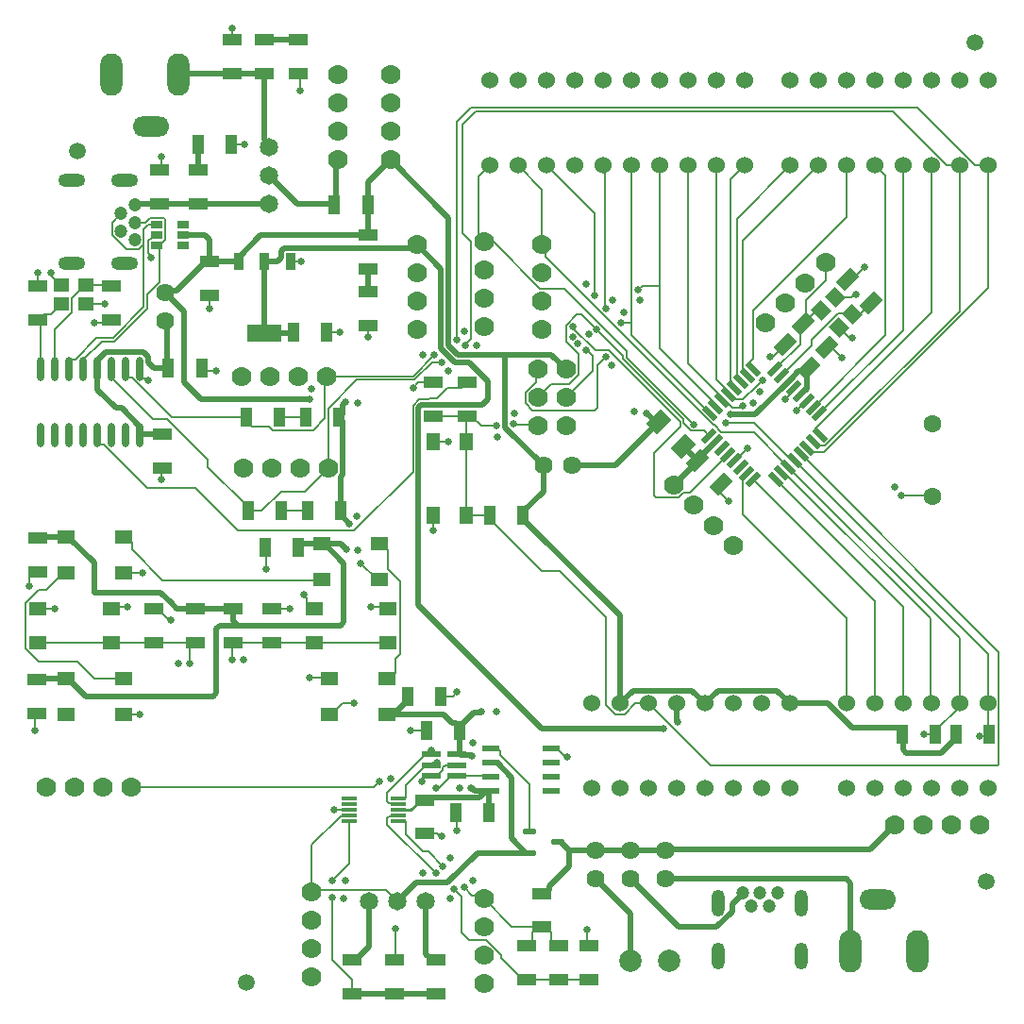
<source format=gtl>
G04*
G04 #@! TF.GenerationSoftware,Altium Limited,Altium Designer,21.1.1 (26)*
G04*
G04 Layer_Physical_Order=1*
G04 Layer_Color=255*
%FSLAX25Y25*%
%MOIN*%
G70*
G04*
G04 #@! TF.SameCoordinates,EDDA1932-7B83-4B75-B1E8-7C0ED368C603*
G04*
G04*
G04 #@! TF.FilePolarity,Positive*
G04*
G01*
G75*
%ADD10C,0.02000*%
%ADD11C,0.00600*%
%ADD13C,0.01000*%
%ADD25R,0.04400X0.07100*%
%ADD26R,0.06496X0.04750*%
%ADD27R,0.07100X0.04400*%
%ADD28R,0.05709X0.01181*%
%ADD29R,0.05787X0.01181*%
G04:AMPARAMS|DCode=30|XSize=20mil|YSize=61.02mil|CornerRadius=0mil|HoleSize=0mil|Usage=FLASHONLY|Rotation=45.000|XOffset=0mil|YOffset=0mil|HoleType=Round|Shape=Rectangle|*
%AMROTATEDRECTD30*
4,1,4,0.01450,-0.02865,-0.02865,0.01450,-0.01450,0.02865,0.02865,-0.01450,0.01450,-0.02865,0.0*
%
%ADD30ROTATEDRECTD30*%

G04:AMPARAMS|DCode=31|XSize=20mil|YSize=61.02mil|CornerRadius=0mil|HoleSize=0mil|Usage=FLASHONLY|Rotation=135.000|XOffset=0mil|YOffset=0mil|HoleType=Round|Shape=Rectangle|*
%AMROTATEDRECTD31*
4,1,4,0.02865,0.01450,-0.01450,-0.02865,-0.02865,-0.01450,0.01450,0.02865,0.02865,0.01450,0.0*
%
%ADD31ROTATEDRECTD31*%

%ADD32R,0.05906X0.04724*%
G04:AMPARAMS|DCode=33|XSize=63.39mil|YSize=23.23mil|CornerRadius=2.9mil|HoleSize=0mil|Usage=FLASHONLY|Rotation=0.000|XOffset=0mil|YOffset=0mil|HoleType=Round|Shape=RoundedRectangle|*
%AMROUNDEDRECTD33*
21,1,0.06339,0.01742,0,0,0.0*
21,1,0.05758,0.02323,0,0,0.0*
1,1,0.00581,0.02879,-0.00871*
1,1,0.00581,-0.02879,-0.00871*
1,1,0.00581,-0.02879,0.00871*
1,1,0.00581,0.02879,0.00871*
%
%ADD33ROUNDEDRECTD33*%
G04:AMPARAMS|DCode=34|XSize=47.64mil|YSize=23.23mil|CornerRadius=5.81mil|HoleSize=0mil|Usage=FLASHONLY|Rotation=0.000|XOffset=0mil|YOffset=0mil|HoleType=Round|Shape=RoundedRectangle|*
%AMROUNDEDRECTD34*
21,1,0.04764,0.01161,0,0,0.0*
21,1,0.03602,0.02323,0,0,0.0*
1,1,0.01161,0.01801,-0.00581*
1,1,0.01161,-0.01801,-0.00581*
1,1,0.01161,-0.01801,0.00581*
1,1,0.01161,0.01801,0.00581*
%
%ADD34ROUNDEDRECTD34*%
%ADD35R,0.06102X0.02362*%
%ADD36R,0.04724X0.05906*%
G04:AMPARAMS|DCode=37|XSize=54mil|YSize=73mil|CornerRadius=0mil|HoleSize=0mil|Usage=FLASHONLY|Rotation=135.000|XOffset=0mil|YOffset=0mil|HoleType=Round|Shape=Rectangle|*
%AMROTATEDRECTD37*
4,1,4,0.04490,0.00672,-0.00672,-0.04490,-0.04490,-0.00672,0.00672,0.04490,0.04490,0.00672,0.0*
%
%ADD37ROTATEDRECTD37*%

G04:AMPARAMS|DCode=38|XSize=44mil|YSize=71mil|CornerRadius=0mil|HoleSize=0mil|Usage=FLASHONLY|Rotation=135.000|XOffset=0mil|YOffset=0mil|HoleType=Round|Shape=Rectangle|*
%AMROTATEDRECTD38*
4,1,4,0.04066,0.00955,-0.00955,-0.04066,-0.04066,-0.00955,0.00955,0.04066,0.04066,0.00955,0.0*
%
%ADD38ROTATEDRECTD38*%

G04:AMPARAMS|DCode=39|XSize=47.24mil|YSize=55.11mil|CornerRadius=0mil|HoleSize=0mil|Usage=FLASHONLY|Rotation=225.000|XOffset=0mil|YOffset=0mil|HoleType=Round|Shape=Rectangle|*
%AMROTATEDRECTD39*
4,1,4,-0.00278,0.03619,0.03619,-0.00278,0.00278,-0.03619,-0.03619,0.00278,-0.00278,0.03619,0.0*
%
%ADD39ROTATEDRECTD39*%

%ADD40R,0.03937X0.02756*%
%ADD41R,0.03300X0.06300*%
%ADD42R,0.12200X0.06300*%
%ADD43O,0.02400X0.08661*%
%ADD44R,0.05511X0.04724*%
%ADD77C,0.05906*%
%ADD78C,0.07000*%
%ADD79C,0.06378*%
%ADD80O,0.07874X0.14961*%
%ADD81O,0.12992X0.07087*%
%ADD82C,0.06496*%
%ADD83C,0.07874*%
%ADD84C,0.06000*%
%ADD85O,0.04724X0.09449*%
%ADD86C,0.04724*%
%ADD87C,0.06299*%
%ADD88O,0.09449X0.04724*%
%ADD89C,0.02500*%
D10*
X133975Y105025D02*
X137600Y108650D01*
X131611Y105025D02*
X133975D01*
X130236Y103650D02*
X131611Y105025D01*
X137600Y108650D02*
Y110000D01*
X107264Y163850D02*
X108137D01*
X100100D02*
X107264D01*
X98900Y162650D02*
X100100Y163850D01*
X98900Y162500D02*
Y162650D01*
X17637Y116350D02*
X23987Y110000D01*
X68828D01*
X16764Y116350D02*
X17637D01*
X6725Y116125D02*
X16539D01*
X6500Y115900D02*
X6725Y116125D01*
X16539D02*
X16764Y116350D01*
X16539Y166125D02*
X16764Y166350D01*
X7000Y165900D02*
X7225Y166125D01*
X16539D01*
X17637Y166350D02*
X26793Y157194D01*
Y146707D02*
Y157194D01*
X156223Y89319D02*
X159843D01*
X160205Y88957D02*
X160340D01*
X159843Y89319D02*
X160205Y88957D01*
X151650Y44150D02*
X162260Y54760D01*
X140650Y44150D02*
X151650D01*
X134000Y37500D02*
X140650Y44150D01*
X118000Y16900D02*
X119350D01*
X124000Y21550D02*
Y37500D01*
X119350Y16900D02*
X124000Y21550D01*
X133000Y5100D02*
X147500D01*
X118000D02*
X133000D01*
X144000Y19050D02*
X146150Y16900D01*
X147500D01*
X144000Y19050D02*
Y37500D01*
X187550Y42950D02*
X194661Y50061D01*
Y55500D01*
X191661Y58500D02*
X194661Y55500D01*
X204000D01*
X190441Y58500D02*
X191661D01*
X174299Y59799D02*
X179339Y54760D01*
X162260D02*
X179339D01*
X180559D01*
X174299Y59799D02*
Y81441D01*
X141350Y142150D02*
X185000Y98500D01*
X228000D01*
X161135Y76500D02*
X165130D01*
X162780Y74150D02*
X165130Y76500D01*
X144250Y74150D02*
X162780D01*
X233000Y101000D02*
Y101135D01*
X165130Y76500D02*
X166581D01*
X232500Y101635D02*
X233000Y101135D01*
X166581Y76500D02*
X167000D01*
X232500Y101635D02*
Y107500D01*
X141350Y142150D02*
Y211963D01*
X167370Y86500D02*
X169240D01*
X160000Y77500D02*
X160135D01*
X169240Y86500D02*
X174299Y81441D01*
X160135Y77500D02*
X161135Y76500D01*
X155900Y89642D02*
X156223Y89319D01*
X155900Y89642D02*
Y98000D01*
X178400Y172650D02*
Y174000D01*
Y172650D02*
X212500Y138550D01*
Y107500D02*
Y138550D01*
X178400Y174000D02*
Y175350D01*
X260353Y209500D02*
X271869Y221016D01*
X251500Y209500D02*
X260353D01*
X108137Y163850D02*
X114015D01*
X115865Y162000D01*
X116000D01*
X117000Y171000D02*
Y171050D01*
X113900Y174150D02*
Y175500D01*
Y174150D02*
X117000Y171050D01*
X70000Y111172D02*
Y133828D01*
X68828Y110000D02*
X70000Y111172D01*
Y133828D02*
X71172Y135000D01*
X77500D01*
X163404Y104404D02*
X163500Y104500D01*
X160954Y104404D02*
X163404D01*
X155900Y99350D02*
X160954Y104404D01*
X155900Y98000D02*
Y99350D01*
X331100Y95150D02*
Y96500D01*
X313672Y90000D02*
X325950D01*
X331100Y95150D01*
X312100Y96500D02*
Y97850D01*
X294445Y99050D02*
X310900D01*
X312100Y97850D01*
X285995Y107500D02*
X294445Y99050D01*
X50206Y146707D02*
X54111Y142802D01*
Y142798D02*
Y142802D01*
X26793Y146707D02*
X50206D01*
X54111Y142798D02*
X56009Y140900D01*
X62559D01*
X76000D01*
Y136500D02*
X77500Y135000D01*
X76000Y136500D02*
Y140900D01*
X77500Y135000D02*
X113828D01*
X115000Y136172D01*
Y156987D01*
X108137Y163850D02*
X115000Y156987D01*
X130236Y103650D02*
X150250D01*
X154700Y100550D02*
X155900Y99350D01*
X153350Y100550D02*
X154700D01*
X150250Y103650D02*
X153350Y100550D01*
X143500Y73400D02*
X144250Y74150D01*
X166400Y76319D02*
X166581Y76500D01*
X166400Y69000D02*
Y76319D01*
X186350Y40400D02*
X187550Y41600D01*
Y42950D01*
X185000Y40400D02*
X186350D01*
X301000Y56000D02*
X309500Y64500D01*
X228500Y55500D02*
X229000Y56000D01*
X301000D01*
X216250Y55500D02*
X228500D01*
X204000D02*
X216250D01*
X204000Y45500D02*
X216110Y33390D01*
Y16500D02*
Y33390D01*
X233250Y28500D02*
X246745D01*
X216250Y45500D02*
X233250Y28500D01*
X252127Y36695D02*
X255780Y40347D01*
X252127Y33882D02*
Y36695D01*
X255780Y40347D02*
Y40625D01*
X246745Y28500D02*
X252127Y33882D01*
X228500Y45500D02*
X292500D01*
X293878Y44122D01*
Y20000D02*
Y44122D01*
X312500Y91172D02*
X313672Y90000D01*
X312100Y96500D02*
X312500Y96100D01*
Y91172D02*
Y96100D01*
X272500Y107500D02*
X285995D01*
X212500D02*
X217100Y112100D01*
X237900D01*
X242500Y107500D02*
X247100Y112100D01*
X237900D02*
X242500Y107500D01*
X267900Y112100D02*
X272500Y107500D01*
X247100Y112100D02*
X267900D01*
X63500Y284000D02*
X88500D01*
X152000Y234000D02*
X155400Y230600D01*
X131500Y299500D02*
X152000Y279000D01*
Y234000D02*
Y279000D01*
X114600Y209700D02*
Y212965D01*
X115500Y213865D02*
Y214000D01*
X113400Y208500D02*
X114600Y209700D01*
Y212965D02*
X115500Y213865D01*
X64500Y215000D02*
X103000D01*
X58669Y220831D02*
X64500Y215000D01*
X58669Y220831D02*
Y245831D01*
X52000Y252500D02*
X58669Y245831D01*
X52000Y242500D02*
X52500Y242000D01*
Y226500D02*
Y242000D01*
Y226500D02*
X53000Y226000D01*
X47800D02*
X53000D01*
X45980Y227820D02*
X47800Y226000D01*
X171900Y205100D02*
Y230600D01*
Y205100D02*
X185500Y191500D01*
X171900Y230600D02*
X188400D01*
X155400D02*
X171900D01*
X188400D02*
X193500Y225500D01*
X114600Y188388D02*
Y207300D01*
X113400Y208500D02*
X114600Y207300D01*
X113900Y187688D02*
X114600Y188388D01*
X113900Y175500D02*
Y187688D01*
X163900Y212900D02*
X166000Y215000D01*
X142287Y212900D02*
X163900D01*
X141350Y211963D02*
X142287Y212900D01*
X149400Y232923D02*
Y261100D01*
Y232923D02*
X154323Y228000D01*
X159413D01*
X166000Y221413D01*
X141000Y269500D02*
X149400Y261100D01*
X166000Y215000D02*
Y221413D01*
X225151Y206849D02*
X226151D01*
X210803Y191500D02*
X225815Y206513D01*
X195500Y191500D02*
X210803D01*
X271869Y221016D02*
X275727Y224873D01*
X222000Y210000D02*
X225151Y206849D01*
X278217Y224873D02*
X278217Y224873D01*
Y223176D02*
Y224873D01*
X279172Y225828D01*
X276324Y216561D02*
X278526Y218763D01*
Y222868D01*
X278217Y223176D02*
X278526Y222868D01*
X275727Y224873D02*
X278217D01*
X185500Y182450D02*
Y191500D01*
X178400Y175350D02*
X185500Y182450D01*
X239828Y193071D02*
Y193172D01*
X231429Y184571D02*
Y184672D01*
X239828Y193071D01*
X139647Y269500D02*
X141000D01*
X93787Y268350D02*
X138497D01*
X139647Y269500D01*
X92850Y264800D02*
Y267413D01*
X93787Y268350D01*
X123500Y252900D02*
Y261100D01*
Y272900D02*
Y283500D01*
X85700Y272900D02*
X123500D01*
Y283500D02*
Y291500D01*
X91650Y263600D02*
X92850Y264800D01*
X87000Y263600D02*
X91650D01*
X123500Y291500D02*
X131500Y299500D01*
X239828Y193500D02*
X246221Y199894D01*
X239828Y193172D02*
Y193500D01*
X234849Y198151D02*
X239828Y193172D01*
X77900Y263600D02*
Y265100D01*
X85700Y272900D01*
X28000Y218369D02*
Y228723D01*
X30908Y231631D02*
X44160D01*
X28000Y228723D02*
X30908Y231631D01*
X44160D02*
X45980Y229811D01*
Y227820D02*
Y229811D01*
X43000Y202315D02*
Y205431D01*
Y202300D02*
Y202315D01*
X28000Y218369D02*
X34431Y211938D01*
X36492D02*
X43000Y205431D01*
X34431Y211938D02*
X36492D01*
X43000Y202315D02*
X43185Y202500D01*
X51000D01*
X52000Y252500D02*
X52838Y253338D01*
X66150Y263500D02*
X67500D01*
X55988Y253338D02*
X66150Y263500D01*
X52838Y253338D02*
X55988D01*
X58224Y273000D02*
X65828D01*
X67500Y271328D01*
Y263500D02*
Y271328D01*
X41315Y283910D02*
X49810D01*
X50000Y284100D01*
X41125Y283720D02*
X41315Y283910D01*
X50050Y284050D02*
X63450D01*
X63500Y284000D01*
X50000Y284100D02*
X50050Y284050D01*
X87000Y238400D02*
Y263600D01*
X77800Y263500D02*
X77900Y263600D01*
X67500Y263500D02*
X77800D01*
X97100Y238400D02*
X97200Y238500D01*
X87000Y238400D02*
X97100D01*
X111700Y283500D02*
X112350Y284150D01*
Y298850D01*
X113000Y299500D01*
X111500Y283500D02*
X111700D01*
X98500Y284000D02*
X109600D01*
X88500Y294000D02*
X98500Y284000D01*
X87000Y306717D02*
Y330100D01*
Y306717D02*
X88500Y305217D01*
Y304000D02*
Y305217D01*
X63500Y295800D02*
Y305000D01*
X87000Y341900D02*
X99000D01*
X75500Y330100D02*
X87000D01*
X56122Y330000D02*
X56222Y330100D01*
X75500D01*
D11*
X200557Y232200D02*
X201071D01*
X201964Y231307D02*
X201996D01*
X201071Y232200D02*
X201964Y231307D01*
X203850Y232150D02*
X208612D01*
X196000Y240000D02*
Y240500D01*
Y240000D02*
X203850Y232150D01*
X193580Y241120D02*
X197414Y244954D01*
X197900Y223677D02*
Y231019D01*
X203000Y225000D02*
Y230303D01*
X193580Y235339D02*
X197900Y231019D01*
X201996Y231307D02*
X203000Y230303D01*
X193580Y235339D02*
Y241120D01*
X158000Y234301D02*
X160000Y236301D01*
X157000Y273507D02*
X160000Y270507D01*
Y236301D02*
Y270507D01*
X158000Y234000D02*
Y234301D01*
X157000Y273507D02*
Y312000D01*
X146197Y228000D02*
X149500D01*
X153459Y110000D02*
X154959Y111500D01*
X155000D01*
X149400Y110000D02*
X153459D01*
X87100Y162500D02*
X87500Y162100D01*
Y155000D02*
Y162100D01*
X38109Y166350D02*
X40184Y164275D01*
Y161816D02*
Y164275D01*
Y161816D02*
X51000Y151000D01*
X37236Y166350D02*
X38109D01*
X107114Y151000D02*
X107264Y151150D01*
X51000Y151000D02*
X107114D01*
X4000Y152200D02*
X5900Y154100D01*
X7000D01*
X4000Y149000D02*
Y152200D01*
X6000Y103600D02*
X6500Y104100D01*
X6000Y98000D02*
Y103600D01*
X7122Y147608D02*
X9849D01*
X2500Y142985D02*
X7122Y147608D01*
X2500Y127015D02*
Y142985D01*
X15891Y153650D02*
X16764D01*
X9849Y147608D02*
X15891Y153650D01*
X26863Y116350D02*
X37236D01*
X20821Y122392D02*
X26863Y116350D01*
X37236Y103650D02*
X37386Y103500D01*
X43000D01*
X133340Y17240D02*
Y27957D01*
X133000Y16900D02*
X133340Y17240D01*
X201000Y22400D02*
Y27500D01*
Y22400D02*
X201500Y21900D01*
X130368Y64632D02*
X147500Y47500D01*
X130368Y64632D02*
Y67026D01*
X131082Y67741D01*
X133871D01*
X134161Y68032D01*
X136755Y61322D02*
X142895Y55182D01*
X136465Y66063D02*
X136755Y65772D01*
X134161Y66063D02*
X136465D01*
X136755Y61322D02*
Y65772D01*
X142895Y55182D02*
X144818D01*
X150000Y50000D01*
X116839Y66063D02*
X117000Y65902D01*
X134161Y68032D02*
X134427Y67766D01*
X111500Y70000D02*
X116839D01*
X117000Y51000D02*
Y65902D01*
X111000Y45000D02*
X117000Y51000D01*
X103500Y41000D02*
X104148Y41648D01*
X129852D01*
X111000Y16877D02*
Y39000D01*
Y16877D02*
X118000Y9877D01*
Y5100D02*
Y9877D01*
X129852Y41648D02*
X134000Y37500D01*
X159352Y24000D02*
X165223D01*
X156607Y26744D02*
X159352Y24000D01*
X165223D02*
X170486Y18736D01*
X191000Y10100D02*
X201500D01*
X154000Y42000D02*
X156607Y39393D01*
Y26744D02*
Y39393D01*
X170486Y17764D02*
X178150Y10100D01*
X170486Y17764D02*
Y18736D01*
X178150Y10100D02*
X179500D01*
X181750Y26700D02*
X183650Y28600D01*
X188250Y23800D02*
Y26700D01*
X181750Y23800D02*
Y26700D01*
X179850Y21900D02*
X181750Y23800D01*
X179500Y21900D02*
X179850D01*
X185000Y28600D02*
X186350D01*
X188250Y26700D01*
X244500Y85500D02*
X346048D01*
X222500Y107500D02*
X244500Y85500D01*
X170121Y89254D02*
X180559Y78816D01*
X170121Y89254D02*
Y90619D01*
X167370Y91500D02*
X169240D01*
X170121Y90619D01*
X180559Y62240D02*
Y78816D01*
X191133Y154383D02*
X207500Y138015D01*
X184867Y154383D02*
X191133D01*
X166592Y172658D02*
X184867Y154383D01*
X179500Y10100D02*
X191000D01*
X275020Y211020D02*
X275020D01*
X271020Y215020D02*
X274061Y218061D01*
X275020Y211020D02*
X278369Y214369D01*
X322091Y107910D02*
X322500Y107500D01*
X260020Y206500D02*
X273207Y193313D01*
X278369Y214369D02*
X278516D01*
X260811Y219764D02*
X262773Y221727D01*
X253500Y215000D02*
X256047D01*
X274061Y218061D02*
Y218824D01*
X273207Y193313D02*
X274197D01*
X252939Y193176D02*
X253176D01*
X250813Y216697D02*
X251803D01*
X255000Y212000D02*
X255500Y212500D01*
X260811Y219764D02*
Y219764D01*
X252116Y212000D02*
X255000D01*
X251803Y216697D02*
X253500Y215000D01*
X256047D02*
X260811Y219764D01*
X255500Y212500D02*
X256000D01*
X249611Y214505D02*
X252116Y212000D01*
X250000Y206500D02*
X260020D01*
X248621Y214505D02*
X249611D01*
X253176Y193176D02*
X257500Y197500D01*
X192766Y88863D02*
X193637D01*
X188260Y91500D02*
X190130D01*
X192766Y88863D01*
X193637D02*
X194000Y88500D01*
X147500Y5100D02*
X148600Y4000D01*
X77500Y168500D02*
X118500D01*
X62500Y183500D02*
X77500Y168500D01*
X118500D02*
X139450Y189450D01*
Y212750D01*
X129898Y141500D02*
X130492Y140905D01*
X124500Y141500D02*
X129898D01*
X121013Y157000D02*
X126863Y151150D01*
X121000Y157000D02*
X121013D01*
X126863Y151150D02*
X127736D01*
X138500Y98000D02*
X144100D01*
X7102Y141000D02*
X13000D01*
X7008Y140905D02*
X7102Y141000D01*
X101855Y142968D02*
X103917Y140905D01*
X101855Y142968D02*
Y144631D01*
X101000Y145486D02*
X101855Y144631D01*
X103917Y140905D02*
X104508D01*
X101000Y145486D02*
Y146000D01*
X32992Y140905D02*
X33587Y141500D01*
X38500D01*
X89500Y140900D02*
X89600Y141000D01*
X96000D01*
X109614Y116500D02*
X109764Y116350D01*
X103000Y116500D02*
X109614D01*
X49350Y140900D02*
X52886Y137364D01*
X53636D01*
X48000Y140900D02*
X49350D01*
X53636Y137364D02*
X54000Y137000D01*
X37386Y153500D02*
X44000D01*
X37236Y153650D02*
X37386Y153500D01*
X147950Y61600D02*
X149050Y60500D01*
X149500D01*
X143500Y61600D02*
X147950D01*
X154600Y69000D02*
X155000Y68600D01*
Y62500D02*
Y68600D01*
X147992Y82000D02*
X150054Y84061D01*
Y84863D01*
X150931Y85740D01*
X155000D01*
X145984D02*
X146713Y86469D01*
X148031D01*
X145984Y82000D02*
X147992D01*
X75500Y123000D02*
Y128600D01*
X76000Y129100D01*
X48000D02*
X62400D01*
X60500Y121500D02*
Y127200D01*
X62400Y129100D02*
X62559D01*
X60500Y127200D02*
X62400Y129100D01*
X114487Y107500D02*
X118500D01*
X109764Y103650D02*
X110637D01*
X114487Y107500D01*
X322852Y180852D02*
X323000Y180705D01*
X312148Y180852D02*
X322852D01*
X312000Y181000D02*
X312148Y180852D01*
X342400Y96000D02*
X342900Y96500D01*
X339500Y96000D02*
X342400D01*
X145984Y89480D02*
Y90984D01*
X146000Y91000D01*
X320000Y96500D02*
X323900D01*
X155000Y82000D02*
X166500D01*
X152992D02*
X155000D01*
X166500D02*
X167000Y81500D01*
X163275Y39725D02*
X164500Y38500D01*
X160275Y39725D02*
X163275D01*
X157500Y42500D02*
X160275Y39725D01*
X40000Y78000D02*
X125500D01*
X127500Y80000D01*
X130368Y75872D02*
X143976Y89480D01*
X130368Y72974D02*
Y75872D01*
X148856Y77864D02*
X152992Y82000D01*
X147863Y77864D02*
X148856D01*
X147500Y77500D02*
X147863Y77864D01*
X133184Y123305D02*
X135000Y125120D01*
X130236Y116350D02*
X131109D01*
X133184Y118425D01*
Y123305D01*
X128609Y163850D02*
X130684Y161775D01*
Y155098D02*
Y161775D01*
X135000Y125120D02*
Y150782D01*
X127736Y163850D02*
X128609D01*
X130684Y155098D02*
X135000Y150782D01*
X2500Y127015D02*
X7122Y122392D01*
X20821D01*
X7008Y129095D02*
X32992D01*
X104508D02*
X130492D01*
X89500Y129100D02*
X104502D01*
X104508Y129095D01*
X76000Y129100D02*
X89500D01*
X32998D02*
X48000D01*
X32992Y129095D02*
X32998Y129100D01*
X103500Y57481D02*
X113760Y67741D01*
X103500Y41000D02*
Y57481D01*
X116548Y67741D02*
X116839Y68032D01*
X113760Y67741D02*
X116548D01*
X143976Y89480D02*
X145984D01*
X130368Y72974D02*
X131082Y72259D01*
X133871D01*
X134161Y71969D01*
X136465Y73937D02*
X136755Y74228D01*
Y78519D01*
X143976Y85740D02*
X145984D01*
X134161Y73937D02*
X136465D01*
X136755Y78519D02*
X143976Y85740D01*
X183650Y28600D02*
X185000D01*
X174400D02*
X183650D01*
X164500Y38500D02*
X174400Y28600D01*
X188250Y23800D02*
X190150Y21900D01*
X191000D01*
X30100Y199100D02*
X45700Y183500D01*
X62500D01*
X50500Y186500D02*
Y190200D01*
X346400Y85852D02*
Y125636D01*
X276460Y195575D02*
X276460D01*
X346400Y125636D01*
X302560Y164950D02*
X302560D01*
X342500Y107500D02*
Y125010D01*
X302560Y164950D02*
X342500Y125010D01*
X274197Y193313D02*
X302560Y164950D01*
X272005Y191121D02*
X332500Y130626D01*
X272005Y191121D02*
X272005D01*
X332500Y107500D02*
Y130626D01*
X342500Y96900D02*
X342900Y96500D01*
X342500Y96900D02*
Y107500D01*
X323900Y97850D02*
X332500Y106450D01*
Y107500D01*
X323900Y96500D02*
Y97850D01*
X186225Y265235D02*
Y268275D01*
X248353Y203350D02*
X259776D01*
X245853Y205851D02*
X248353Y203350D01*
X245609Y205851D02*
X245853D01*
X186225Y265235D02*
X245609Y205851D01*
X185000Y269500D02*
X186225Y268275D01*
X185000Y269500D02*
Y289000D01*
X259776Y203350D02*
X272005Y191121D01*
X176500Y297500D02*
X185000Y289000D01*
X346048Y85500D02*
X346400Y85852D01*
X207500Y106985D02*
Y138015D01*
X322091Y107910D02*
Y137500D01*
X312500Y107500D02*
Y141717D01*
X302500Y107500D02*
Y143615D01*
X292500Y107500D02*
Y137500D01*
X210885Y103600D02*
X214115D01*
X207500Y106985D02*
X210885Y103600D01*
X214115D02*
X218015Y107500D01*
X222500D01*
X322091D02*
X322500D01*
X65800Y225000D02*
X70000D01*
X64800Y226000D02*
X65800Y225000D01*
X278283Y242627D02*
X281992Y246336D01*
X277328Y241672D02*
X278283Y242627D01*
X281992Y246336D02*
X283710D01*
X92400Y208500D02*
X101600D01*
X80600Y207150D02*
X82500Y205250D01*
X88627D01*
X80600Y207150D02*
Y208500D01*
X88627Y205250D02*
X89827Y204050D01*
X46582Y271538D02*
X46870D01*
X46055Y271011D02*
X46582Y271538D01*
X46055Y266459D02*
Y271011D01*
X48333Y273000D02*
X48923D01*
X46870Y271538D02*
X48333Y273000D01*
X46055Y266459D02*
X47000Y265514D01*
Y265000D02*
Y265514D01*
X45588Y251870D02*
X50000Y256283D01*
X48923Y269260D02*
X50000Y268183D01*
Y256283D02*
Y268183D01*
X248015Y181985D02*
Y184672D01*
Y181985D02*
X251000Y179000D01*
X248015Y184672D02*
X248172Y184828D01*
X157000Y312000D02*
X161500Y316500D01*
X154850Y312850D02*
X160000Y318000D01*
X154850Y236000D02*
Y312850D01*
X75500Y341900D02*
Y346000D01*
X45486Y221500D02*
X46000D01*
X43000Y223056D02*
Y225700D01*
Y223056D02*
X43832Y222225D01*
X44761D01*
X45486Y221500D01*
X109000Y238500D02*
X113500D01*
X123500Y237000D02*
Y241100D01*
X96100Y263600D02*
X96200Y263500D01*
X100000D01*
X75300Y305000D02*
X80000D01*
X24000Y248500D02*
X30500D01*
X27000Y242000D02*
X31900D01*
X33000Y243100D01*
X67500Y247000D02*
Y251700D01*
X146602Y200000D02*
X152000D01*
X146595Y199992D02*
X146602Y200000D01*
X139500Y219000D02*
X141400Y220900D01*
X146500D01*
X267020Y230363D02*
X270828Y234172D01*
X270828D01*
X265863Y230363D02*
X267020D01*
X265500Y230000D02*
X265863Y230363D01*
X285672Y233328D02*
X287172D01*
X291000Y229500D01*
X289835Y240211D02*
X293182Y236863D01*
X294137D01*
X294500Y236500D01*
X289835Y240211D02*
X289835D01*
X294672Y257172D02*
X299000Y261500D01*
X292828Y257172D02*
X294672D01*
X288721Y250789D02*
X294275D01*
X288443Y251068D02*
X288721Y250789D01*
X294275D02*
X295486Y252000D01*
X296000D01*
X146500Y168500D02*
Y173913D01*
X146595Y174008D01*
X50500Y190200D02*
X51000Y190700D01*
X7000Y254900D02*
Y259500D01*
X11500D02*
X11863Y259137D01*
X14945Y255193D02*
X15339D01*
X11863Y258275D02*
X14945Y255193D01*
X11863Y258275D02*
Y259137D01*
X50000Y295900D02*
X50500Y296400D01*
Y300500D01*
X99500Y324000D02*
Y329600D01*
X99000Y330100D02*
X99500Y329600D01*
X108300Y208177D02*
Y222300D01*
X89827Y204050D02*
X104173D01*
X108300Y208177D01*
Y222300D02*
X109000Y223000D01*
X119677Y221800D02*
X139997D01*
X109500Y211623D02*
X119677Y221800D01*
X109500Y190500D02*
Y211623D01*
X54100Y208500D02*
X80600D01*
X40100Y222499D02*
X54100Y208500D01*
X47726Y207843D02*
X52680D01*
X67061Y193461D01*
Y190889D02*
Y193461D01*
X204152Y239651D02*
X213668Y230135D01*
X198848Y244954D02*
X204152Y239651D01*
X206500Y297500D02*
X207137Y296864D01*
Y247363D02*
Y296864D01*
X186500Y297500D02*
X203500Y280500D01*
Y251500D02*
Y280500D01*
X207137Y247363D02*
X207500Y247000D01*
X192944Y253900D02*
X214868Y231975D01*
Y229632D02*
Y231975D01*
X184378Y253900D02*
X192944D01*
X224500Y196000D02*
X233752Y205252D01*
X208612Y232150D02*
X233752Y207011D01*
Y205252D02*
Y207011D01*
X193500Y215500D02*
X203000Y225000D01*
X197414Y244954D02*
X198848D01*
X194424Y220201D02*
X197900Y223677D01*
X183098Y205902D02*
X183500Y205500D01*
X175129Y205902D02*
X183098D01*
X174765Y206265D02*
X175129Y205902D01*
X163450Y205500D02*
X169000D01*
X226500Y255000D02*
Y297500D01*
Y233090D02*
Y255000D01*
X219000Y253500D02*
X219040D01*
X220540Y255000D01*
X226500D01*
X216500Y242000D02*
Y297500D01*
X224500Y181000D02*
Y196000D01*
X213000Y242000D02*
X216500D01*
X213668Y229135D02*
Y230135D01*
X214868Y229632D02*
X238500Y206000D01*
X213668Y229135D02*
X234951Y207852D01*
X204500Y212000D02*
Y227000D01*
X207500Y230000D01*
X203600Y211100D02*
X204500Y212000D01*
X216500Y237717D02*
Y242000D01*
X226500Y233090D02*
X246358Y213232D01*
X181677Y211100D02*
X203600D01*
X179100Y213678D02*
X181677Y211100D01*
X179100Y213678D02*
Y217322D01*
X182878Y221100D02*
Y224878D01*
X179100Y217322D02*
X182878Y221100D01*
Y224878D02*
X183500Y225500D01*
X188201Y220201D02*
X194424D01*
X183500Y215500D02*
X188201Y220201D01*
X234951Y206508D02*
Y207852D01*
Y206508D02*
X237614Y203845D01*
X242270D01*
X244029Y202086D02*
X244029D01*
X242270Y203845D02*
X244029Y202086D01*
X139997Y221800D02*
X146197Y228000D01*
X139500Y223000D02*
X147000Y230500D01*
X109000Y223000D02*
X139500D01*
X161500Y316500D02*
X309015D01*
X328015Y297500D01*
X332500D01*
X317515Y318000D02*
X338015Y297500D01*
X160000Y318000D02*
X317515D01*
X144800Y214800D02*
X145336Y215336D01*
X141500Y214800D02*
X144800D01*
X139450Y212750D02*
X141500Y214800D01*
X145336Y215336D02*
X147959D01*
X151623Y219000D02*
X156600D01*
X147959Y215336D02*
X151623Y219000D01*
X338015Y297500D02*
X342500D01*
X159850Y209100D02*
X163450Y205500D01*
X158500Y209100D02*
X159850D01*
X281993Y196266D02*
X284435D01*
X342500Y254330D02*
Y297500D01*
X284930Y198458D02*
X332500Y246028D01*
X284185Y198458D02*
X284930D01*
X284062Y198580D02*
X284185Y198458D01*
X282365Y198580D02*
X284062D01*
X332500Y246028D02*
Y297500D01*
X280915Y200030D02*
X282365Y198580D01*
X284435Y196266D02*
X342500Y254330D01*
X281657Y204663D02*
X322500Y245506D01*
Y297500D01*
X282970Y209914D02*
X312500Y239444D01*
Y297500D01*
X282970Y209914D02*
Y209914D01*
X280779Y212106D02*
Y212106D01*
X306138Y237466D02*
Y293862D01*
X280779Y212106D02*
X306138Y237466D01*
X281941Y196317D02*
X281993Y196266D01*
X280102Y196317D02*
X281941D01*
X278652Y197767D02*
X280102Y196317D01*
X38000Y223331D02*
X38831Y222499D01*
X38000Y223331D02*
Y225700D01*
X38831Y222499D02*
X40100D01*
X33000Y222569D02*
X47726Y207843D01*
X85877Y175500D02*
X92765Y182388D01*
X81100Y175500D02*
X85877D01*
X92765Y182388D02*
X101388D01*
X109500Y190500D01*
X92900Y175500D02*
X102100D01*
X33000Y222569D02*
Y225700D01*
X81100Y175500D02*
Y176850D01*
X67061Y190889D02*
X81100Y176850D01*
X158405Y174008D02*
X166592D01*
Y172658D02*
Y174008D01*
X146500Y209100D02*
X158500D01*
X156600Y219000D02*
X158500Y220900D01*
X225815Y206513D02*
X226151Y206849D01*
X255821Y174179D02*
X292500Y137500D01*
X225329Y180171D02*
X233252D01*
X224500Y181000D02*
X225329Y180171D01*
X234980Y181900D02*
X237137D01*
X250676Y195439D01*
X250676D01*
X233252Y180171D02*
X234980Y181900D01*
X216500Y237717D02*
X244166Y210051D01*
Y210051D02*
Y210051D01*
X162500Y270500D02*
X167778D01*
X184378Y253900D01*
X162500Y293500D02*
X166500Y297500D01*
X162500Y270500D02*
Y293500D01*
X28831Y199100D02*
X30100D01*
X28000Y199931D02*
X28831Y199100D01*
X28000Y199931D02*
Y202300D01*
X158405Y199992D02*
Y209005D01*
Y174008D02*
Y199992D01*
Y209005D02*
X158500Y209100D01*
X236500Y227616D02*
X248621Y215495D01*
X246500Y222000D02*
Y297500D01*
X246358Y212243D02*
Y213232D01*
X248621Y214505D02*
Y215495D01*
X236500Y227616D02*
Y297500D01*
X246500Y222000D02*
X250813Y217687D01*
Y216697D02*
Y217687D01*
X251503Y221523D02*
Y292503D01*
X256500Y297500D01*
X253076Y218960D02*
Y219950D01*
X251503Y221523D02*
X253076Y219950D01*
X253766Y223644D02*
Y278766D01*
X272500Y297500D01*
X255268Y221152D02*
Y222142D01*
X253766Y223644D02*
X255268Y222142D01*
X255958Y270958D02*
X282500Y297500D01*
X255958Y225977D02*
Y270958D01*
X257530Y223415D02*
Y224405D01*
X255958Y225977D02*
X257530Y224405D01*
X292500Y279157D02*
Y297500D01*
X259529Y246186D02*
X292500Y279157D01*
X259529Y229304D02*
Y246186D01*
X258272Y228047D02*
X259529Y229304D01*
X258272Y227057D02*
Y228047D01*
Y227057D02*
X259722Y225607D01*
X281657Y203673D02*
X283107Y202222D01*
X281657Y203673D02*
Y204663D01*
X302500Y297500D02*
X306138Y293862D01*
X255821Y185452D02*
X255943Y185574D01*
X255821Y174179D02*
Y185452D01*
X255943Y187271D02*
X257394Y188722D01*
X255943Y185574D02*
Y187271D01*
X259586Y186530D02*
X302500Y143615D01*
X259586Y186530D02*
Y186530D01*
X267551Y186666D02*
Y186666D01*
Y186666D02*
X312500Y141717D01*
X270732Y188858D02*
X322091Y137500D01*
X269743Y188858D02*
X270732D01*
X29490Y235320D02*
X33940D01*
X44388Y247465D02*
Y269771D01*
X18832Y228901D02*
X20100D01*
X18000Y225700D02*
Y228069D01*
X18832Y228901D01*
X45588Y246968D02*
Y251870D01*
X27720Y236520D02*
X33443D01*
X44388Y247465D01*
X33940Y235320D02*
X45588Y246968D01*
X20100Y228901D02*
X27720Y236520D01*
X23000Y228831D02*
X29490Y235320D01*
X23000Y225700D02*
Y228831D01*
X8900Y245000D02*
X11445D01*
X7000Y243100D02*
X8900Y245000D01*
X14944Y248500D02*
X15338D01*
X11445Y245000D02*
X14944Y248500D01*
X8000Y225700D02*
Y242100D01*
X7000Y243100D02*
X8000Y242100D01*
X32707Y255193D02*
X33000Y254900D01*
X24000Y255193D02*
X32707D01*
X18993Y245765D02*
Y250580D01*
X23607Y255193D01*
X24000D01*
X13000Y225700D02*
Y239772D01*
X18993Y245765D01*
X41125Y277421D02*
X44985D01*
X44388Y275073D02*
X46055Y276740D01*
X33124Y272921D02*
Y277309D01*
X42477Y267860D02*
X44388Y269771D01*
X33124Y277309D02*
X36386Y280572D01*
X44388Y269771D02*
Y275073D01*
X46055Y276740D02*
X48923D01*
X44985Y277421D02*
X46582Y279018D01*
X51265D02*
X51792Y278491D01*
X50001Y270338D02*
X50880D01*
X46582Y279018D02*
X51265D01*
X33124Y272921D02*
X38185Y267860D01*
X42477D01*
X51792Y271249D02*
Y278491D01*
X50880Y270338D02*
X51792Y271249D01*
X48923Y269260D02*
X50001Y270338D01*
X278283Y242627D02*
Y249932D01*
X285142Y256792D01*
Y263142D01*
X294567Y244943D02*
X297287D01*
X301172Y248828D01*
X280368Y234040D02*
Y235913D01*
X289676Y245221D01*
X269606Y223278D02*
Y223278D01*
X280368Y234040D01*
X289676Y245221D02*
X294289D01*
X294567Y244943D01*
X267414Y225470D02*
Y225470D01*
X276374Y234430D01*
Y240717D01*
X277328Y241672D01*
D13*
X138750Y70000D02*
X142150Y73400D01*
X143500D01*
X134161Y70000D02*
X138750D01*
D25*
X81100Y175500D02*
D03*
X92900D02*
D03*
X149400Y110000D02*
D03*
X137600D02*
D03*
X155900Y98000D02*
D03*
X144100D02*
D03*
X87100Y162500D02*
D03*
X98900D02*
D03*
X102100Y175500D02*
D03*
X113900D02*
D03*
X166400Y69000D02*
D03*
X154600D02*
D03*
X331100Y96500D02*
D03*
X342900D02*
D03*
X312100D02*
D03*
X323900D02*
D03*
X113400Y208500D02*
D03*
X101600D02*
D03*
X166600Y174000D02*
D03*
X178400D02*
D03*
X92400Y208500D02*
D03*
X80600D02*
D03*
X111700Y283500D02*
D03*
X123500D02*
D03*
X75300Y305000D02*
D03*
X63500D02*
D03*
X53000Y226000D02*
D03*
X64800D02*
D03*
X97200Y238500D02*
D03*
X109000D02*
D03*
D26*
X37236Y166350D02*
D03*
X16764D02*
D03*
X37236Y153650D02*
D03*
X16764D02*
D03*
X37236Y116350D02*
D03*
X16764D02*
D03*
X37236Y103650D02*
D03*
X16764D02*
D03*
X109764D02*
D03*
X130236D02*
D03*
X109764Y116350D02*
D03*
X130236D02*
D03*
X127736Y163850D02*
D03*
X107264D02*
D03*
X127736Y151150D02*
D03*
X107264D02*
D03*
D27*
X7000Y154100D02*
D03*
Y165900D02*
D03*
X6500Y104100D02*
D03*
Y115900D02*
D03*
X118000Y5100D02*
D03*
Y16900D02*
D03*
X201500Y10100D02*
D03*
Y21900D02*
D03*
X133000Y5100D02*
D03*
Y16900D02*
D03*
X143500Y73400D02*
D03*
Y61600D02*
D03*
X48000Y140900D02*
D03*
Y129100D02*
D03*
X62559Y140900D02*
D03*
Y129100D02*
D03*
X89500Y140900D02*
D03*
Y129100D02*
D03*
X76000Y140900D02*
D03*
Y129100D02*
D03*
X147500Y16900D02*
D03*
Y5100D02*
D03*
X179500Y21900D02*
D03*
Y10100D02*
D03*
X191000Y21900D02*
D03*
Y10100D02*
D03*
X185000Y40400D02*
D03*
Y28600D02*
D03*
X87000Y330100D02*
D03*
Y341900D02*
D03*
X63500Y284000D02*
D03*
Y295800D02*
D03*
X158500Y220900D02*
D03*
Y209100D02*
D03*
X146500D02*
D03*
Y220900D02*
D03*
X33000Y254900D02*
D03*
Y243100D02*
D03*
X7000Y254900D02*
D03*
Y243100D02*
D03*
X99000Y330100D02*
D03*
Y341900D02*
D03*
X123500Y241100D02*
D03*
Y252900D02*
D03*
Y272900D02*
D03*
Y261100D02*
D03*
X51000Y202500D02*
D03*
Y190700D02*
D03*
X67500Y263500D02*
D03*
Y251700D02*
D03*
X75500Y330100D02*
D03*
Y341900D02*
D03*
X50000Y295900D02*
D03*
Y284100D02*
D03*
D28*
X116839Y73937D02*
D03*
D29*
Y71969D02*
D03*
Y70000D02*
D03*
Y68032D02*
D03*
Y66063D02*
D03*
X134161D02*
D03*
Y68032D02*
D03*
Y70000D02*
D03*
Y71969D02*
D03*
Y73937D02*
D03*
D30*
X283107Y202222D02*
D03*
X280915Y200030D02*
D03*
X278652Y197767D02*
D03*
X276460Y195575D02*
D03*
X274197Y193313D02*
D03*
X272005Y191121D02*
D03*
X269743Y188858D02*
D03*
X267551Y186666D02*
D03*
X244166Y210051D02*
D03*
X246358Y212243D02*
D03*
X248621Y214505D02*
D03*
X250813Y216697D02*
D03*
X253076Y218960D02*
D03*
X255268Y221152D02*
D03*
X257530Y223415D02*
D03*
X259722Y225607D02*
D03*
D31*
X259586Y186530D02*
D03*
X257394Y188722D02*
D03*
X255131Y190984D02*
D03*
X252939Y193176D02*
D03*
X250676Y195439D02*
D03*
X248484Y197631D02*
D03*
X246221Y199894D02*
D03*
X244029Y202086D02*
D03*
X267414Y225470D02*
D03*
X269606Y223278D02*
D03*
X271869Y221016D02*
D03*
X274061Y218824D02*
D03*
X276324Y216561D02*
D03*
X278516Y214369D02*
D03*
X280779Y212106D02*
D03*
X282970Y209914D02*
D03*
D32*
X130492Y129095D02*
D03*
X104508Y140905D02*
D03*
Y129095D02*
D03*
X130492Y140905D02*
D03*
X32992Y129095D02*
D03*
X7008Y140905D02*
D03*
Y129095D02*
D03*
X32992Y140905D02*
D03*
D33*
X145984Y82000D02*
D03*
Y85740D02*
D03*
Y89480D02*
D03*
X155000D02*
D03*
Y85740D02*
D03*
Y82000D02*
D03*
D34*
X180559Y54760D02*
D03*
X190441Y58500D02*
D03*
X180559Y62240D02*
D03*
D35*
X188260Y76500D02*
D03*
Y81500D02*
D03*
Y86500D02*
D03*
Y91500D02*
D03*
X167000Y76500D02*
D03*
Y81500D02*
D03*
Y86500D02*
D03*
Y91500D02*
D03*
D36*
X158405Y199992D02*
D03*
X146595Y174008D02*
D03*
X158405D02*
D03*
X146595Y199992D02*
D03*
D37*
X234849Y198151D02*
D03*
X226151Y206849D02*
D03*
D38*
X239828Y193172D02*
D03*
X248172Y184828D02*
D03*
X292828Y257172D02*
D03*
X301172Y248828D02*
D03*
X285672Y233328D02*
D03*
X277328Y241672D02*
D03*
X279172Y225828D02*
D03*
X270828Y234172D02*
D03*
D39*
X294567Y244943D02*
D03*
X288443Y251068D02*
D03*
X289835Y240211D02*
D03*
X283710Y246336D02*
D03*
D40*
X58224Y276740D02*
D03*
Y273000D02*
D03*
Y269260D02*
D03*
X48923D02*
D03*
Y273000D02*
D03*
Y276740D02*
D03*
D41*
X77900Y263600D02*
D03*
X87000D02*
D03*
X96100D02*
D03*
D42*
X87000Y238400D02*
D03*
D43*
X43000Y225700D02*
D03*
X38000D02*
D03*
X33000D02*
D03*
X28000D02*
D03*
X23000D02*
D03*
X18000D02*
D03*
X13000D02*
D03*
X8000D02*
D03*
Y202300D02*
D03*
X13000D02*
D03*
X18000D02*
D03*
X23000D02*
D03*
X28000D02*
D03*
X33000D02*
D03*
X38000D02*
D03*
X43000D02*
D03*
D44*
X24000Y255193D02*
D03*
X15339D02*
D03*
X24000Y248500D02*
D03*
X15338D02*
D03*
D77*
X342000Y44500D02*
D03*
X80500Y9000D02*
D03*
X338000Y341000D02*
D03*
X21000Y302500D02*
D03*
D78*
X99000Y223000D02*
D03*
X109000D02*
D03*
X79000D02*
D03*
X89000D02*
D03*
X99500Y190500D02*
D03*
X109500D02*
D03*
X79500D02*
D03*
X89500D02*
D03*
X20000Y78000D02*
D03*
X10000D02*
D03*
X40000D02*
D03*
X30000D02*
D03*
X103500Y31000D02*
D03*
Y41000D02*
D03*
Y11000D02*
D03*
Y21000D02*
D03*
X319500Y64500D02*
D03*
X309500D02*
D03*
X339500D02*
D03*
X329500D02*
D03*
X164500Y28500D02*
D03*
Y38500D02*
D03*
Y8500D02*
D03*
Y18500D02*
D03*
X245571Y170429D02*
D03*
X252642Y163358D02*
D03*
X231429Y184571D02*
D03*
X238500Y177500D02*
D03*
X271000Y249000D02*
D03*
X263929Y241929D02*
D03*
X285142Y263142D02*
D03*
X278071Y256071D02*
D03*
X141000Y249500D02*
D03*
Y239500D02*
D03*
Y269500D02*
D03*
Y259500D02*
D03*
X131500Y319500D02*
D03*
Y329500D02*
D03*
Y299500D02*
D03*
Y309500D02*
D03*
X113000Y319500D02*
D03*
Y329500D02*
D03*
Y299500D02*
D03*
Y309500D02*
D03*
X183500Y225500D02*
D03*
X193500D02*
D03*
X183500Y215500D02*
D03*
X193500D02*
D03*
X183500Y205500D02*
D03*
X193500D02*
D03*
X185000Y249500D02*
D03*
Y239500D02*
D03*
Y269500D02*
D03*
Y259500D02*
D03*
X164500Y250500D02*
D03*
Y240500D02*
D03*
Y270500D02*
D03*
Y260500D02*
D03*
D79*
X204000Y55500D02*
D03*
Y45500D02*
D03*
X228500Y55500D02*
D03*
Y45500D02*
D03*
X216250D02*
D03*
Y55500D02*
D03*
X52000Y242500D02*
D03*
Y252500D02*
D03*
X195500Y191500D02*
D03*
X185500D02*
D03*
D80*
X293878Y20000D02*
D03*
X317500D02*
D03*
X56622Y329500D02*
D03*
X33000D02*
D03*
D81*
X303720Y38307D02*
D03*
X46780Y311193D02*
D03*
D82*
X144000Y37500D02*
D03*
X134000D02*
D03*
X124000D02*
D03*
X88500Y304000D02*
D03*
Y294000D02*
D03*
Y284000D02*
D03*
D83*
X216110Y16500D02*
D03*
X229890D02*
D03*
D84*
X332500Y77500D02*
D03*
X342500D02*
D03*
X322500D02*
D03*
X312500D02*
D03*
X302500D02*
D03*
X292500D02*
D03*
X272500D02*
D03*
X262500D02*
D03*
X252500D02*
D03*
X242500D02*
D03*
X232500D02*
D03*
X222500D02*
D03*
X212500D02*
D03*
X202500D02*
D03*
X272500Y107500D02*
D03*
X262500D02*
D03*
X252500D02*
D03*
X242500D02*
D03*
X232500D02*
D03*
X222500D02*
D03*
X212500D02*
D03*
X202500D02*
D03*
X342500D02*
D03*
X332500D02*
D03*
X322500D02*
D03*
X312500D02*
D03*
X302500D02*
D03*
X292500D02*
D03*
X256500Y327500D02*
D03*
X246500D02*
D03*
X236500D02*
D03*
X226500D02*
D03*
X216500D02*
D03*
X206500D02*
D03*
X196500D02*
D03*
X186500D02*
D03*
X176500D02*
D03*
X166500D02*
D03*
X256500Y297500D02*
D03*
X246500D02*
D03*
X236500D02*
D03*
X226500D02*
D03*
X216500D02*
D03*
X206500D02*
D03*
X196500D02*
D03*
X186500D02*
D03*
X176500D02*
D03*
X166500D02*
D03*
X342500D02*
D03*
X332500D02*
D03*
X322500D02*
D03*
X312500D02*
D03*
X302500D02*
D03*
X292500D02*
D03*
X282500D02*
D03*
X272500D02*
D03*
Y327500D02*
D03*
X282500D02*
D03*
X292500D02*
D03*
X302500D02*
D03*
X312500D02*
D03*
X322500D02*
D03*
X332500D02*
D03*
X342500D02*
D03*
D85*
X276645Y18375D02*
D03*
Y37075D02*
D03*
X247355D02*
D03*
Y18375D02*
D03*
D86*
X255780Y40625D02*
D03*
X258928Y35886D02*
D03*
X265228D02*
D03*
X262078Y40625D02*
D03*
X268377D02*
D03*
X41125Y271123D02*
D03*
Y277421D02*
D03*
X36386Y274272D02*
D03*
Y280572D02*
D03*
X41125Y283720D02*
D03*
D87*
X323000Y180705D02*
D03*
Y206295D02*
D03*
D88*
X18875Y292145D02*
D03*
X37575D02*
D03*
Y262855D02*
D03*
X18875D02*
D03*
D89*
X175100Y210100D02*
D03*
X169100Y201700D02*
D03*
X309500Y183900D02*
D03*
X200557Y232200D02*
D03*
X195800Y237000D02*
D03*
X197700Y234500D02*
D03*
X201500Y238000D02*
D03*
X209500Y227000D02*
D03*
X200500Y255500D02*
D03*
X210000Y250000D02*
D03*
X214000Y245500D02*
D03*
X219500Y250000D02*
D03*
X157500Y239000D02*
D03*
X162000Y234000D02*
D03*
X158000D02*
D03*
X152000Y225000D02*
D03*
X149500Y228000D02*
D03*
X143000Y230500D02*
D03*
X119500Y173500D02*
D03*
X120000Y161500D02*
D03*
X155000Y111500D02*
D03*
X87500Y155000D02*
D03*
X4000Y149000D02*
D03*
X6000Y98000D02*
D03*
X43000Y103500D02*
D03*
X160340Y88957D02*
D03*
X133340Y27957D02*
D03*
X201000Y27500D02*
D03*
X115000Y38500D02*
D03*
X115500Y45000D02*
D03*
X160500D02*
D03*
X152500Y38500D02*
D03*
X143000Y47500D02*
D03*
X152500Y53000D02*
D03*
X147500Y47500D02*
D03*
X150000Y50000D02*
D03*
X111500Y70000D02*
D03*
X111000Y45000D02*
D03*
Y39000D02*
D03*
X233000Y101000D02*
D03*
X160000Y77500D02*
D03*
X259500Y213500D02*
D03*
X262000Y217500D02*
D03*
X275020Y211020D02*
D03*
X271020Y215020D02*
D03*
X250000Y206500D02*
D03*
X256000Y212500D02*
D03*
X251500Y209500D02*
D03*
X262773Y221727D02*
D03*
X257500Y197500D02*
D03*
X217500Y210500D02*
D03*
X103500Y218500D02*
D03*
X120000Y213500D02*
D03*
X56500Y121500D02*
D03*
X79500Y123000D02*
D03*
X169000Y104500D02*
D03*
X160500Y93500D02*
D03*
X156000Y77500D02*
D03*
X131500Y81000D02*
D03*
X154000Y42000D02*
D03*
X116000Y162000D02*
D03*
X117000Y171000D02*
D03*
X121000Y157000D02*
D03*
X124500Y141500D02*
D03*
X13000Y141000D02*
D03*
X148031Y86469D02*
D03*
X96000Y141000D02*
D03*
X54000Y137000D02*
D03*
X38500Y141500D02*
D03*
X44000Y153500D02*
D03*
X101000Y146000D02*
D03*
X103000Y116500D02*
D03*
X75500Y123000D02*
D03*
X138500Y98000D02*
D03*
X60500Y121500D02*
D03*
X228000Y98500D02*
D03*
X163500Y104500D02*
D03*
X194000Y88500D02*
D03*
X142500Y80000D02*
D03*
X155000Y62500D02*
D03*
X149500Y60500D02*
D03*
X118500Y107500D02*
D03*
X312000Y181000D02*
D03*
X339500Y96000D02*
D03*
X146000Y91000D02*
D03*
X320000Y96500D02*
D03*
X157500Y42500D02*
D03*
X127500Y80000D02*
D03*
X147500Y77500D02*
D03*
X50500Y186500D02*
D03*
X70000Y225000D02*
D03*
X47000Y265000D02*
D03*
X154850Y236000D02*
D03*
X152000Y200000D02*
D03*
X139500Y219000D02*
D03*
X296000Y252000D02*
D03*
X299000Y261500D02*
D03*
X265500Y230000D02*
D03*
X291000Y229500D02*
D03*
X294500Y236500D02*
D03*
X7000Y259500D02*
D03*
X115500Y214000D02*
D03*
X103000Y215000D02*
D03*
X75500Y346000D02*
D03*
X99500Y324000D02*
D03*
X251000Y179000D02*
D03*
X146500Y168500D02*
D03*
X46000Y221500D02*
D03*
X27000Y242000D02*
D03*
X30500Y248500D02*
D03*
X11500Y259500D02*
D03*
X50500Y300500D02*
D03*
X80000Y305000D02*
D03*
X100000Y263500D02*
D03*
X123500Y237000D02*
D03*
X113500Y238500D02*
D03*
X67500Y247000D02*
D03*
X207500D02*
D03*
X204152Y239651D02*
D03*
X196000Y240500D02*
D03*
X203500Y251500D02*
D03*
X174765Y206265D02*
D03*
X169000Y205500D02*
D03*
X219000Y253500D02*
D03*
X213000Y242000D02*
D03*
X207500Y230000D02*
D03*
X238500Y206000D02*
D03*
X147000Y230500D02*
D03*
X222000Y210000D02*
D03*
M02*

</source>
